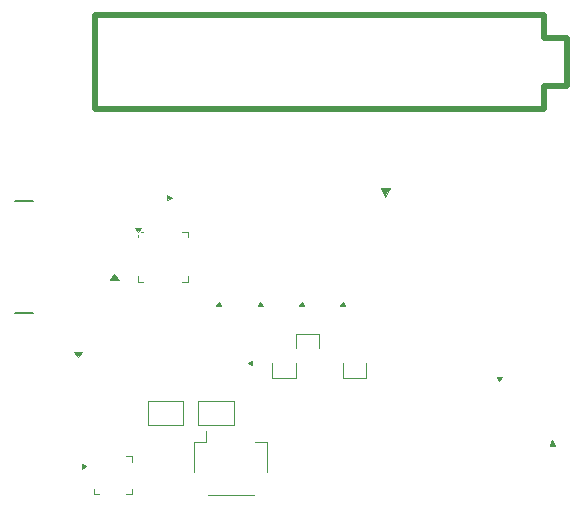
<source format=gbr>
%TF.GenerationSoftware,KiCad,Pcbnew,8.0.8+1*%
%TF.CreationDate,Date%
%TF.ProjectId,LoRa-V3-PCB,4c6f5261-2d56-4332-9d50-43422e6b6963,rev?*%
%TF.SameCoordinates,Original*%
%TF.FileFunction,Legend,Top*%
%TF.FilePolarity,Positive*%
%FSLAX46Y46*%
G04 Gerber Fmt 4.6, Leading zero omitted, Abs format (unit mm)*
G04 Created by KiCad*
%MOMM*%
%LPD*%
G01*
G04 APERTURE LIST*
%ADD10C,0.120000*%
%ADD11C,0.500000*%
%ADD12C,0.200000*%
G04 APERTURE END LIST*
D10*
%TO.C,IC9*%
X141700000Y-101200000D02*
X141300000Y-101200000D01*
X141500000Y-100800000D01*
X141700000Y-101200000D01*
G36*
X141700000Y-101200000D02*
G01*
X141300000Y-101200000D01*
X141500000Y-100800000D01*
X141700000Y-101200000D01*
G37*
%TO.C,JP1*%
X128500000Y-109250000D02*
X131500000Y-109250000D01*
X128500000Y-111250000D02*
X128500000Y-109250000D01*
X131500000Y-109250000D02*
X131500000Y-111250000D01*
X131500000Y-111250000D02*
X128500000Y-111250000D01*
%TO.C,Q4*%
X130550000Y-92000000D02*
X130150000Y-92200000D01*
X130150000Y-91800000D01*
X130550000Y-92000000D01*
G36*
X130550000Y-92000000D02*
G01*
X130150000Y-92200000D01*
X130150000Y-91800000D01*
X130550000Y-92000000D01*
G37*
%TO.C,Q3*%
X137350000Y-106200000D02*
X136950000Y-106000000D01*
X137350000Y-105800000D01*
X137350000Y-106200000D01*
G36*
X137350000Y-106200000D02*
G01*
X136950000Y-106000000D01*
X137350000Y-105800000D01*
X137350000Y-106200000D01*
G37*
%TO.C,IC11*%
X134700000Y-101200000D02*
X134300000Y-101200000D01*
X134500000Y-100800000D01*
X134700000Y-101200000D01*
G36*
X134700000Y-101200000D02*
G01*
X134300000Y-101200000D01*
X134500000Y-100800000D01*
X134700000Y-101200000D01*
G37*
%TO.C,IC4*%
X123890000Y-117110000D02*
X123890000Y-116635000D01*
X124365000Y-117110000D02*
X123890000Y-117110000D01*
X126635000Y-113890000D02*
X127110000Y-113890000D01*
X126635000Y-117110000D02*
X127110000Y-117110000D01*
X127110000Y-113890000D02*
X127110000Y-114365000D01*
X127110000Y-117110000D02*
X127110000Y-116635000D01*
X123250000Y-114750000D02*
X122920000Y-114990000D01*
X122920000Y-114510000D01*
X123250000Y-114750000D01*
G36*
X123250000Y-114750000D02*
G01*
X122920000Y-114990000D01*
X122920000Y-114510000D01*
X123250000Y-114750000D01*
G37*
%TO.C,IC3*%
X126050000Y-99000000D02*
X125250000Y-99000000D01*
X125650000Y-98500000D01*
X126050000Y-99000000D01*
G36*
X126050000Y-99000000D02*
G01*
X125250000Y-99000000D01*
X125650000Y-98500000D01*
X126050000Y-99000000D01*
G37*
%TO.C,IC12*%
X122600000Y-105500000D02*
X122250000Y-105100000D01*
X122950000Y-105100000D01*
X122600000Y-105500000D01*
G36*
X122600000Y-105500000D02*
G01*
X122250000Y-105100000D01*
X122950000Y-105100000D01*
X122600000Y-105500000D01*
G37*
%TO.C,D3*%
X139000000Y-106000000D02*
X139000000Y-107250000D01*
X139000000Y-107250000D02*
X141000000Y-107250000D01*
X141000000Y-107250000D02*
X141000000Y-106000000D01*
%TO.C,IC10*%
X138200000Y-101200000D02*
X137800000Y-101200000D01*
X138000000Y-100800000D01*
X138200000Y-101200000D01*
G36*
X138200000Y-101200000D02*
G01*
X137800000Y-101200000D01*
X138000000Y-100800000D01*
X138200000Y-101200000D01*
G37*
%TO.C,IC8*%
X145200000Y-101200000D02*
X144800000Y-101200000D01*
X145000000Y-100800000D01*
X145200000Y-101200000D01*
G36*
X145200000Y-101200000D02*
G01*
X144800000Y-101200000D01*
X145000000Y-100800000D01*
X145200000Y-101200000D01*
G37*
D11*
%TO.C,CONN2*%
X162000000Y-78500000D02*
X164000000Y-78500000D01*
X164000000Y-82500000D01*
X162000000Y-82500000D01*
X162000000Y-84500000D01*
X124000000Y-84500000D01*
X124000000Y-76500000D01*
X162000000Y-76500000D01*
X162000000Y-78500000D01*
D10*
%TO.C,IC2*%
X127640000Y-95365000D02*
X127640000Y-95130000D01*
X127640000Y-99110000D02*
X127640000Y-98635000D01*
X128115000Y-94890000D02*
X127940000Y-94890000D01*
X128115000Y-99110000D02*
X127640000Y-99110000D01*
X131385000Y-94890000D02*
X131860000Y-94890000D01*
X131385000Y-99110000D02*
X131860000Y-99110000D01*
X131860000Y-94890000D02*
X131860000Y-95365000D01*
X131860000Y-99110000D02*
X131860000Y-98635000D01*
X127640000Y-94890000D02*
X127400000Y-94560000D01*
X127880000Y-94560000D01*
X127640000Y-94890000D01*
G36*
X127640000Y-94890000D02*
G01*
X127400000Y-94560000D01*
X127880000Y-94560000D01*
X127640000Y-94890000D01*
G37*
%TO.C,Q2*%
X158250000Y-107550000D02*
X158050000Y-107150000D01*
X158450000Y-107150000D01*
X158250000Y-107550000D01*
G36*
X158250000Y-107550000D02*
G01*
X158050000Y-107150000D01*
X158450000Y-107150000D01*
X158250000Y-107550000D01*
G37*
%TO.C,D2*%
X145000000Y-106000000D02*
X145000000Y-107250000D01*
X145000000Y-107250000D02*
X147000000Y-107250000D01*
X147000000Y-107250000D02*
X147000000Y-106000000D01*
%TO.C,CONN3*%
X132390000Y-112715000D02*
X133440000Y-112715000D01*
X132390000Y-115215000D02*
X132390000Y-112715000D01*
X133440000Y-112715000D02*
X133440000Y-111725000D01*
X133560000Y-117185000D02*
X137440000Y-117185000D01*
X138610000Y-112715000D02*
X137560000Y-112715000D01*
X138610000Y-115215000D02*
X138610000Y-112715000D01*
%TO.C,D1*%
X141000000Y-103500000D02*
X141000000Y-104750000D01*
X143000000Y-103500000D02*
X141000000Y-103500000D01*
X143000000Y-104750000D02*
X143000000Y-103500000D01*
D12*
%TO.C,CONN1*%
X118750000Y-92250000D02*
X117250000Y-92250000D01*
X118750000Y-101750000D02*
X117250000Y-101750000D01*
D10*
%TO.C,CONN7*%
X163000000Y-113050000D02*
X162500000Y-113050000D01*
X162750000Y-112550000D01*
X163000000Y-113050000D01*
G36*
X163000000Y-113050000D02*
G01*
X162500000Y-113050000D01*
X162750000Y-112550000D01*
X163000000Y-113050000D01*
G37*
%TO.C,IC1*%
X148607847Y-91956752D02*
X148257665Y-91206752D01*
X148957847Y-91206752D01*
X148607847Y-91956752D01*
G36*
X148607847Y-91956752D02*
G01*
X148257665Y-91206752D01*
X148957847Y-91206752D01*
X148607847Y-91956752D01*
G37*
%TO.C,JP2*%
X132750000Y-109250000D02*
X135750000Y-109250000D01*
X132750000Y-111250000D02*
X132750000Y-109250000D01*
X135750000Y-109250000D02*
X135750000Y-111250000D01*
X135750000Y-111250000D02*
X132750000Y-111250000D01*
%TD*%
M02*

</source>
